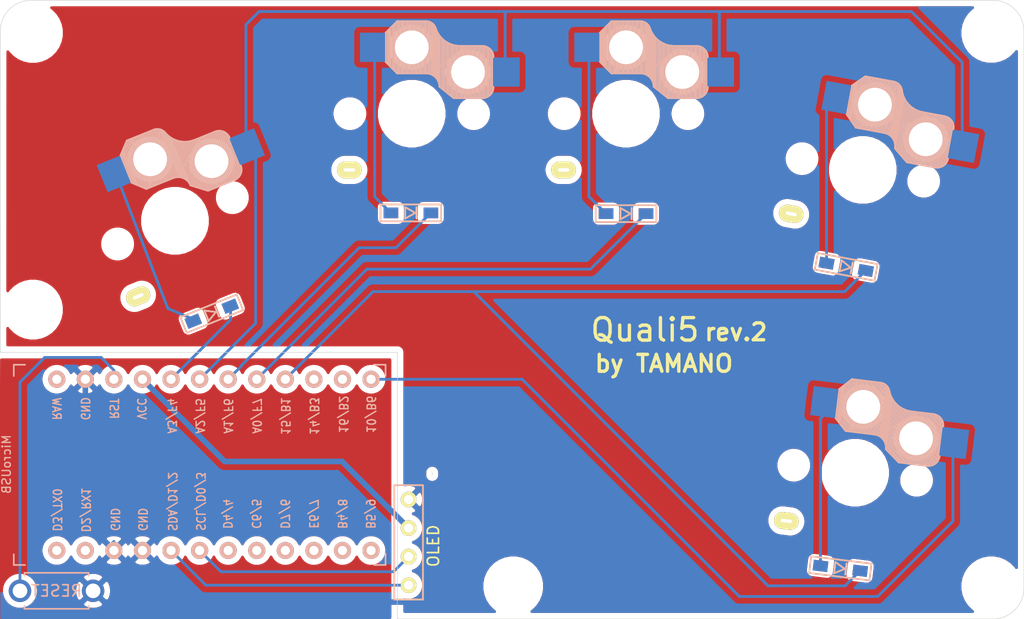
<source format=kicad_pcb>
(kicad_pcb (version 20171130) (host pcbnew "(5.1.9-0-10_14)")
  (layers (0 F.Cu signal hide) (31 B.Cu signal hide) (34 B.Paste user hide) (35 F.Paste user hide) (36 B.SilkS user hide) (37 F.SilkS user hide) (38 B.Mask user hide) (39 F.Mask user hide) (44 Edge.Cuts user))
  (net 0 "")
  (net 1 "Net-(D1-Pad2)")
  (net 2 row0)
  (net 3 row1)
  (net 4 "Net-(D2-Pad2)")
  (net 5 "Net-(D3-Pad2)")
  (net 6 "Net-(D4-Pad2)")
  (net 7 "Net-(D5-Pad2)")
  (net 8 SDA)
  (net 9 SCL)
  (net 10 VCC)
  (net 11 GND)
  (net 12 RST)
  (net 13 col0)
  (net 14 col1)
  (net 15 row2)
  (net 16 row3)
  (module kbd:ChocV1_V2_Hotswap (layer F.Cu) (at 92.44 104.695 202)
    (fp_text reference SW2 hide)
    (fp_text value SW_PUSH hide)
    (pad "" np_thru_hole circle (at 5.5 0 292) (size 1.9 1.9) (drill 1.9) (layers *.Cu))
    (pad "" np_thru_hole circle (at -5.5 0 292) (size 1.9 1.9) (drill 1.9) (layers *.Cu))
    (pad "" np_thru_hole circle (at 0 0 292) (size 5 5) (drill 5) (layers *.Cu))
    (pad "" np_thru_hole circle (at 0 5.9 292) (size 3 3) (drill 3) (layers *.Cu *.Mask))
    (pad "" np_thru_hole circle (at -5 3.7 292) (size 3 3) (drill 3) (layers *.Cu *.Mask))
    (pad 2 smd rect (at 3.3 5.9 22) (size 2.6 2.6) (layers B.Cu B.Paste B.Mask) (net 1 "Net-(D1-Pad2)"))
    (pad 1 smd rect (at -8.3 3.7 22) (size 2.6 2.6) (layers B.Cu B.Paste B.Mask) (net 13 col0))
    (pad "" thru_hole oval (at 5.55 -5 22) (size 2.2 1.5) (drill oval 1 0.3) (layers *.Cu F.SilkS B.Mask))
  )
  (module kbd:M2_HOLE_v2 (layer F.Cu) (at 79.81 112.59)
    (fp_text reference Ref** hide)
    (fp_text value Val** hide)
    (pad "" np_thru_hole circle (at 0 0) (size 4.3 4.3) (drill 4.3) (layers *.Cu *.Mask))
  )
  (module kbd:M2_HOLE_v2 (layer F.Cu) (at 122.51 137.19)
    (fp_text reference Ref** hide)
    (fp_text value Val** hide)
    (pad "" np_thru_hole circle (at 0 0) (size 4.3 4.3) (drill 4.3) (layers *.Cu *.Mask))
  )
  (module kbd:M2_HOLE_v2 (layer F.Cu) (at 165.01 137.19)
    (fp_text reference Ref** hide)
    (fp_text value Val** hide)
    (pad "" np_thru_hole circle (at 0 0) (size 4.3 4.3) (drill 4.3) (layers *.Cu *.Mask))
  )
  (module kbd:M2_HOLE_v2 (layer F.Cu) (at 165.01 87.99)
    (fp_text reference Ref** hide)
    (fp_text value Val** hide)
    (pad "" np_thru_hole circle (at 0 0) (size 4.3 4.3) (drill 4.3) (layers *.Cu *.Mask))
  )
  (module kbd:M2_HOLE_v2 (layer F.Cu) (at 79.81 87.99)
    (fp_text reference Ref** hide)
    (fp_text value Val** hide)
    (pad "" np_thru_hole circle (at 0 0) (size 4.3 4.3) (drill 4.3) (layers *.Cu *.Mask))
  )
  (module kbd:ChocV1_V2_Hotswap (layer F.Cu) (at 132.54 95.17 180)
    (fp_text reference SW4 hide)
    (fp_text value SW_PUSH hide)
    (pad "" np_thru_hole circle (at 5.5 0 270) (size 1.9 1.9) (drill 1.9) (layers *.Cu))
    (pad "" np_thru_hole circle (at -5.5 0 270) (size 1.9 1.9) (drill 1.9) (layers *.Cu))
    (pad "" np_thru_hole circle (at 0 0 270) (size 5 5) (drill 5) (layers *.Cu))
    (pad "" np_thru_hole circle (at 0 5.9 270) (size 3 3) (drill 3) (layers *.Cu *.Mask))
    (pad "" np_thru_hole circle (at -5 3.7 270) (size 3 3) (drill 3) (layers *.Cu *.Mask))
    (pad 2 smd rect (at 3.3 5.9) (size 2.6 2.6) (layers B.Cu B.Paste B.Mask) (net 5 "Net-(D3-Pad2)"))
    (pad 1 smd rect (at -8.3 3.7) (size 2.6 2.6) (layers B.Cu B.Paste B.Mask) (net 13 col0))
    (pad "" thru_hole oval (at 5.55 -5) (size 2.2 1.5) (drill oval 1 0.3) (layers *.Cu F.SilkS B.Mask))
  )
  (module kbd:ProMicro_v3.5 (layer B.Cu) (at 96.41 126.39 270)
    (fp_text reference U1 hide)
    (fp_text value ProMicro hide)
    (fp_text user MicroUSB (at -0.05 18.95 270) (layer B.SilkS) (effects (font (size 0.75 0.75) (thickness 0.12)) (justify mirror)))
    (fp_text user B4/8 (at 4.355 -10.9 270 unlocked) (layer B.SilkS) (effects (font (size 0.75 0.67) (thickness 0.125)) (justify mirror)))
    (fp_text user D2/RX1 (at 4.005 11.9 270 unlocked) (layer B.SilkS) (effects (font (size 0.75 0.67) (thickness 0.125)) (justify mirror)))
    (fp_text user B5/9 (at 4.355 -13.4 270 unlocked) (layer B.SilkS) (effects (font (size 0.75 0.67) (thickness 0.125)) (justify mirror)))
    (fp_text user C6/5 (at 4.355 -3.25 270 unlocked) (layer B.SilkS) (effects (font (size 0.75 0.67) (thickness 0.125)) (justify mirror)))
    (fp_text user SCL/D0/3 (at 3.255 1.7 270 unlocked) (layer B.SilkS) (effects (font (size 0.75 0.67) (thickness 0.125)) (justify mirror)))
    (fp_text user SDA/D1/2 (at 3.255 4.2 270 unlocked) (layer B.SilkS) (effects (font (size 0.75 0.67) (thickness 0.125)) (justify mirror)))
    (fp_text user D4/4 (at 4.355 -0.7 270 unlocked) (layer B.SilkS) (effects (font (size 0.75 0.67) (thickness 0.125)) (justify mirror)))
    (fp_text user D3/TX0 (at 4.005 14.45 270 unlocked) (layer B.SilkS) (effects (font (size 0.75 0.67) (thickness 0.125)) (justify mirror)))
    (fp_text user GND (at 4.855 6.85 270 unlocked) (layer B.SilkS) (effects (font (size 0.75 0.67) (thickness 0.125)) (justify mirror)))
    (fp_text user GND (at 4.855 9.3 270 unlocked) (layer B.SilkS) (effects (font (size 0.75 0.67) (thickness 0.125)) (justify mirror)))
    (fp_text user D7/6 (at 4.355 -5.8 270 unlocked) (layer B.SilkS) (effects (font (size 0.75 0.67) (thickness 0.125)) (justify mirror)))
    (fp_text user E6/7 (at 4.355 -8.35 270 unlocked) (layer B.SilkS) (effects (font (size 0.75 0.67) (thickness 0.125)) (justify mirror)))
    (fp_text user 16/B2 (at -4.5 -11 270 unlocked) (layer B.SilkS) (effects (font (size 0.75 0.67) (thickness 0.125)) (justify mirror)))
    (fp_text user 10/B6 (at -4.5 -13.45 270 unlocked) (layer B.SilkS) (effects (font (size 0.75 0.67) (thickness 0.125)) (justify mirror)))
    (fp_text user 14/B3 (at -4.345 -8.4 270 unlocked) (layer B.SilkS) (effects (font (size 0.75 0.67) (thickness 0.125)) (justify mirror)))
    (fp_text user 15/B1 (at -4.345 -5.85 270 unlocked) (layer B.SilkS) (effects (font (size 0.75 0.67) (thickness 0.125)) (justify mirror)))
    (fp_text user A0/F7 (at -4.345 -3.3 270 unlocked) (layer B.SilkS) (effects (font (size 0.75 0.67) (thickness 0.125)) (justify mirror)))
    (fp_text user A1/F6 (at -4.345 -0.75 270 unlocked) (layer B.SilkS) (effects (font (size 0.75 0.67) (thickness 0.125)) (justify mirror)))
    (fp_text user A2/F5 (at -4.345 1.75 270 unlocked) (layer B.SilkS) (effects (font (size 0.75 0.67) (thickness 0.125)) (justify mirror)))
    (fp_text user A3/F4 (at -4.345 4.25 270 unlocked) (layer B.SilkS) (effects (font (size 0.75 0.67) (thickness 0.125)) (justify mirror)))
    (fp_text user VCC (at -4.995 6.95 270 unlocked) (layer B.SilkS) (effects (font (size 0.75 0.67) (thickness 0.125)) (justify mirror)))
    (fp_text user RST (at -4.995 9.4 270 unlocked) (layer B.SilkS) (effects (font (size 0.75 0.67) (thickness 0.125)) (justify mirror)))
    (fp_text user GND (at -4.995 11.95 270 unlocked) (layer B.SilkS) (effects (font (size 0.75 0.67) (thickness 0.125)) (justify mirror)))
    (fp_text user RAW (at -4.995 14.5 270 unlocked) (layer B.SilkS) (effects (font (size 0.75 0.67) (thickness 0.125)) (justify mirror)))
    (pad 1 thru_hole circle (at 7.6114 14.478 270) (size 1.524 1.524) (drill 0.8128) (layers *.Cu B.SilkS F.Mask))
    (pad 2 thru_hole circle (at 7.6114 11.938 270) (size 1.524 1.524) (drill 0.8128) (layers *.Cu B.SilkS F.Mask))
    (pad 3 thru_hole circle (at 7.6114 9.398 270) (size 1.524 1.524) (drill 0.8128) (layers *.Cu B.SilkS F.Mask) (net 11 GND))
    (pad 4 thru_hole circle (at 7.6114 6.858 270) (size 1.524 1.524) (drill 0.8128) (layers *.Cu B.SilkS F.Mask) (net 11 GND))
    (pad 5 thru_hole circle (at 7.6114 4.318 270) (size 1.524 1.524) (drill 0.8128) (layers *.Cu B.SilkS F.Mask) (net 8 SDA))
    (pad 6 thru_hole circle (at 7.6114 1.778 270) (size 1.524 1.524) (drill 0.8128) (layers *.Cu B.SilkS F.Mask) (net 9 SCL))
    (pad 7 thru_hole circle (at 7.6114 -0.762 270) (size 1.524 1.524) (drill 0.8128) (layers *.Cu B.SilkS F.Mask))
    (pad 8 thru_hole circle (at 7.6114 -3.302 270) (size 1.524 1.524) (drill 0.8128) (layers *.Cu B.SilkS F.Mask))
    (pad 9 thru_hole circle (at 7.6114 -5.842 270) (size 1.524 1.524) (drill 0.8128) (layers *.Cu B.SilkS F.Mask))
    (pad 10 thru_hole circle (at 7.6114 -8.382 270) (size 1.524 1.524) (drill 0.8128) (layers *.Cu B.SilkS F.Mask))
    (pad 11 thru_hole circle (at 7.6114 -10.922 270) (size 1.524 1.524) (drill 0.8128) (layers *.Cu B.SilkS F.Mask))
    (pad 12 thru_hole circle (at 7.6114 -13.462 270) (size 1.524 1.524) (drill 0.8128) (layers *.Cu B.SilkS F.Mask))
    (pad 13 thru_hole circle (at -7.6086 -13.462 270) (size 1.524 1.524) (drill 0.8128) (layers *.Cu B.SilkS F.Mask) (net 14 col1))
    (pad 14 thru_hole circle (at -7.6086 -10.922 270) (size 1.524 1.524) (drill 0.8128) (layers *.Cu B.SilkS F.Mask))
    (pad 15 thru_hole circle (at -7.6086 -8.382 270) (size 1.524 1.524) (drill 0.8128) (layers *.Cu B.SilkS F.Mask))
    (pad 16 thru_hole circle (at -7.6086 -5.842 270) (size 1.524 1.524) (drill 0.8128) (layers *.Cu B.SilkS F.Mask) (net 16 row3))
    (pad 17 thru_hole circle (at -7.6086 -3.302 270) (size 1.524 1.524) (drill 0.8128) (layers *.Cu B.SilkS F.Mask) (net 15 row2))
    (pad 18 thru_hole circle (at -7.6086 -0.762 270) (size 1.524 1.524) (drill 0.8128) (layers *.Cu B.SilkS F.Mask) (net 3 row1))
    (pad 19 thru_hole circle (at -7.6086 1.778 270) (size 1.524 1.524) (drill 0.8128) (layers *.Cu B.SilkS F.Mask) (net 13 col0))
    (pad 20 thru_hole circle (at -7.6086 4.318 270) (size 1.524 1.524) (drill 0.8128) (layers *.Cu B.SilkS F.Mask) (net 2 row0))
    (pad 21 thru_hole circle (at -7.6086 6.858 270) (size 1.524 1.524) (drill 0.8128) (layers *.Cu B.SilkS F.Mask) (net 10 VCC))
    (pad 22 thru_hole circle (at -7.6086 9.398 270) (size 1.524 1.524) (drill 0.8128) (layers *.Cu B.SilkS F.Mask) (net 12 RST))
    (pad 23 thru_hole circle (at -7.6086 11.938 270) (size 1.524 1.524) (drill 0.8128) (layers *.Cu B.SilkS F.Mask) (net 11 GND))
    (pad 24 thru_hole circle (at -7.6086 14.478 270) (size 1.524 1.524) (drill 0.8128) (layers *.Cu B.SilkS F.Mask))
  )
  (module kbd:D3_SMD (layer B.Cu) (at 151.59 135.59 173)
    (fp_text reference D5 hide)
    (fp_text value D_Small hide)
    (pad 2 smd rect (at 1.775 0 173) (size 1.3 0.95) (layers B.Cu B.Paste B.Mask) (net 7 "Net-(D5-Pad2)"))
    (pad 1 smd rect (at -1.775 0 173) (size 1.3 0.95) (layers F.Cu F.Paste F.Mask) (net 16 row3))
    (pad 2 smd rect (at 1.775 0 173) (size 1.3 0.95) (layers F.Cu F.Paste F.Mask) (net 7 "Net-(D5-Pad2)"))
    (pad 1 smd rect (at -1.775 0 173) (size 1.3 0.95) (layers B.Cu B.Paste B.Mask) (net 16 row3))
  )
  (module kbd:D3_SMD (layer B.Cu) (at 152.11 108.79 169.5)
    (fp_text reference D4 hide)
    (fp_text value D_Small hide)
    (pad 2 smd rect (at 1.775 0 169.5) (size 1.3 0.95) (layers B.Cu B.Paste B.Mask) (net 6 "Net-(D4-Pad2)"))
    (pad 1 smd rect (at -1.775 0 169.5) (size 1.3 0.95) (layers F.Cu F.Paste F.Mask) (net 16 row3))
    (pad 2 smd rect (at 1.775 0 169.5) (size 1.3 0.95) (layers F.Cu F.Paste F.Mask) (net 6 "Net-(D4-Pad2)"))
    (pad 1 smd rect (at -1.775 0 169.5) (size 1.3 0.95) (layers B.Cu B.Paste B.Mask) (net 16 row3))
  )
  (module kbd:D3_SMD (layer B.Cu) (at 132.54 104.06 180)
    (fp_text reference D3 hide)
    (fp_text value D_Small hide)
    (pad 2 smd rect (at 1.775 0 180) (size 1.3 0.95) (layers B.Cu B.Paste B.Mask) (net 5 "Net-(D3-Pad2)"))
    (pad 1 smd rect (at -1.775 0 180) (size 1.3 0.95) (layers F.Cu F.Paste F.Mask) (net 15 row2))
    (pad 2 smd rect (at 1.775 0 180) (size 1.3 0.95) (layers F.Cu F.Paste F.Mask) (net 5 "Net-(D3-Pad2)"))
    (pad 1 smd rect (at -1.775 0 180) (size 1.3 0.95) (layers B.Cu B.Paste B.Mask) (net 15 row2))
  )
  (module kbd:D3_SMD (layer B.Cu) (at 113.41 103.99 180)
    (fp_text reference D2 hide)
    (fp_text value D_Small hide)
    (pad 2 smd rect (at 1.775 0 180) (size 1.3 0.95) (layers B.Cu B.Paste B.Mask) (net 4 "Net-(D2-Pad2)"))
    (pad 1 smd rect (at -1.775 0 180) (size 1.3 0.95) (layers F.Cu F.Paste F.Mask) (net 3 row1))
    (pad 2 smd rect (at 1.775 0 180) (size 1.3 0.95) (layers F.Cu F.Paste F.Mask) (net 4 "Net-(D2-Pad2)"))
    (pad 1 smd rect (at -1.775 0 180) (size 1.3 0.95) (layers B.Cu B.Paste B.Mask) (net 3 row1))
  )
  (module kbd:D3_SMD (layer B.Cu) (at 95.71 112.95 202)
    (fp_text reference D1 hide)
    (fp_text value D_Small hide)
    (pad 2 smd rect (at 1.775 0 202) (size 1.3 0.95) (layers B.Cu B.Paste B.Mask) (net 1 "Net-(D1-Pad2)"))
    (pad 1 smd rect (at -1.775 0 202) (size 1.3 0.95) (layers F.Cu F.Paste F.Mask) (net 2 row0))
    (pad 2 smd rect (at 1.775 0 202) (size 1.3 0.95) (layers F.Cu F.Paste F.Mask) (net 1 "Net-(D1-Pad2)"))
    (pad 1 smd rect (at -1.775 0 202) (size 1.3 0.95) (layers B.Cu B.Paste B.Mask) (net 2 row0))
  )
  (module kbd:ChocV1_V2_Hotswap (layer F.Cu) (at 152.91 127.09 173)
    (fp_text reference SW6 hide)
    (fp_text value SW_PUSH hide)
    (pad "" np_thru_hole circle (at 5.5 0 263) (size 1.9 1.9) (drill 1.9) (layers *.Cu))
    (pad "" np_thru_hole circle (at -5.5 0 263) (size 1.9 1.9) (drill 1.9) (layers *.Cu))
    (pad "" np_thru_hole circle (at 0 0 263) (size 5 5) (drill 5) (layers *.Cu))
    (pad "" np_thru_hole circle (at 0 5.9 263) (size 3 3) (drill 3) (layers *.Cu *.Mask))
    (pad "" np_thru_hole circle (at -5 3.7 263) (size 3 3) (drill 3) (layers *.Cu *.Mask))
    (pad 2 smd rect (at 3.3 5.9 353) (size 2.6 2.6) (layers B.Cu B.Paste B.Mask) (net 7 "Net-(D5-Pad2)"))
    (pad 1 smd rect (at -8.3 3.7 353) (size 2.6 2.6) (layers B.Cu B.Paste B.Mask) (net 14 col1))
    (pad "" thru_hole oval (at 5.55 -5 353) (size 2.2 1.5) (drill oval 1 0.3) (layers *.Cu F.SilkS B.Mask))
  )
  (module kbd:ChocV1_V2_Hotswap (layer F.Cu) (at 113.49 95.17 180)
    (fp_text reference SW3 hide)
    (fp_text value SW_PUSH hide)
    (pad "" thru_hole oval (at 5.55 -5) (size 2.2 1.5) (drill oval 1 0.3) (layers *.Cu F.SilkS B.Mask))
    (pad 1 smd rect (at -8.3 3.7) (size 2.6 2.6) (layers B.Cu B.Paste B.Mask) (net 13 col0))
    (pad 2 smd rect (at 3.3 5.9) (size 2.6 2.6) (layers B.Cu B.Paste B.Mask) (net 4 "Net-(D2-Pad2)"))
    (pad "" np_thru_hole circle (at -5 3.7 270) (size 3 3) (drill 3) (layers *.Cu *.Mask))
    (pad "" np_thru_hole circle (at 0 5.9 270) (size 3 3) (drill 3) (layers *.Cu *.Mask))
    (pad "" np_thru_hole circle (at 0 0 270) (size 5 5) (drill 5) (layers *.Cu))
    (pad "" np_thru_hole circle (at -5.5 0 270) (size 1.9 1.9) (drill 1.9) (layers *.Cu))
    (pad "" np_thru_hole circle (at 5.5 0 270) (size 1.9 1.9) (drill 1.9) (layers *.Cu))
  )
  (module kbd:OLED (layer F.Cu) (at 113.21 137.09 90)
    (fp_text reference OL1)
    (fp_text value OLED hide)
    (fp_text user OLED (at 3.5 2.2 90) (layer F.SilkS))
    (pad 1 thru_hole circle (at 0 0 90) (size 1.397 1.397) (drill 0.8128) (layers *.Cu *.Mask F.SilkS) (net 8 SDA))
    (pad 2 thru_hole circle (at 2.54 0 90) (size 1.397 1.397) (drill 0.8128) (layers *.Cu *.Mask F.SilkS) (net 9 SCL))
    (pad 3 thru_hole circle (at 5.08 0 90) (size 1.397 1.397) (drill 0.8128) (layers *.Cu *.Mask F.SilkS) (net 10 VCC))
    (pad 4 thru_hole circle (at 7.62 0 90) (size 1.397 1.397) (drill 0.8128) (layers *.Cu *.Mask F.SilkS) (net 11 GND))
  )
  (module kbd:ResetSW_1side (layer B.Cu) (at 81.91 137.59 180)
    (fp_text reference SW1 hide)
    (fp_text value SW_PUSH)
    (fp_text user RESET (at 0 0) (layer B.SilkS) (effects (justify mirror)))
    (pad 1 thru_hole circle (at 3.25 0 180) (size 2 2) (drill 1.3) (layers *.Cu F.Mask) (net 12 RST))
    (pad 2 thru_hole circle (at -3.25 0 180) (size 2 2) (drill 1.3) (layers *.Cu F.Mask) (net 11 GND))
  )
  (module kbd:ChocV1_V2_Hotswap (layer F.Cu) (at 153.59 100.17 169.5)
    (fp_text reference SW5 hide)
    (fp_text value SW_PUSH hide)
    (pad "" thru_hole oval (at 5.55 -5 349.5) (size 2.2 1.5) (drill oval 1 0.3) (layers *.Cu F.SilkS B.Mask))
    (pad 1 smd rect (at -8.3 3.7 349.5) (size 2.6 2.6) (layers B.Cu B.Paste B.Mask) (net 13 col0))
    (pad 2 smd rect (at 3.3 5.9 349.5) (size 2.6 2.6) (layers B.Cu B.Paste B.Mask) (net 6 "Net-(D4-Pad2)"))
    (pad "" np_thru_hole circle (at -5 3.7 259.5) (size 3 3) (drill 3) (layers *.Cu *.Mask))
    (pad "" np_thru_hole circle (at 0 5.9 259.5) (size 3 3) (drill 3) (layers *.Cu *.Mask))
    (pad "" np_thru_hole circle (at 0 0 259.5) (size 5 5) (drill 5) (layers *.Cu))
    (pad "" np_thru_hole circle (at -5.5 0 259.5) (size 1.9 1.9) (drill 1.9) (layers *.Cu))
    (pad "" np_thru_hole circle (at 5.5 0 259.5) (size 1.9 1.9) (drill 1.9) (layers *.Cu))
  )
  (gr_line (start 112.21 116.39) (end 76.91 116.39) (layer Edge.Cuts) (width 0.05))
  (gr_line (start 115.31 127.29) (end 115.31 127.09) (layer Edge.Cuts) (width 0.05))
  (gr_line (start 112.21 116.39) (end 112.21 140.09) (layer Edge.Cuts) (width 0.05))
  (gr_circle (center 79.81 112.59) (end 80.61 113.19) (layer Edge.Cuts) (width 0.05))
  (gr_circle (center 122.51 137.19) (end 123.31 137.79) (layer Edge.Cuts) (width 0.05))
  (gr_circle (center 165.01 137.19) (end 165.81 137.79) (layer Edge.Cuts) (width 0.05))
  (gr_circle (center 165.01 87.99) (end 165.81 88.59) (layer Edge.Cuts) (width 0.05))
  (gr_circle (center 79.81 87.99) (end 80.61 88.59) (layer Edge.Cuts) (width 0.05))
  (gr_line (start 112.21 140.09) (end 165.16 140.09) (layer Edge.Cuts) (width 0.05))
  (gr_line (start 167.91 87.84) (end 167.91 137.34) (layer Edge.Cuts) (width 0.05))
  (gr_line (start 79.66 85.09) (end 165.16 85.09) (layer Edge.Cuts) (width 0.05))
  (gr_line (start 76.921294 88.088973) (end 76.91 116.39) (layer Edge.Cuts) (width 0.05))
  (gr_arc (start 79.66 87.84) (end 79.66 85.09) (angle -95.19442891) (layer Edge.Cuts) (width 0.05))
  (gr_arc (start 165.16 137.34) (end 165.16 140.09) (angle -90) (layer Edge.Cuts) (width 0.05))
  (gr_arc (start 165.16 87.84) (end 167.91 87.84) (angle -90) (layer Edge.Cuts) (width 0.05))
  (gr_text rev.2 (at 142.31 114.59) (layer F.SilkS) (effects (font (size 1.5 1.5) (thickness 0.3))))
  (gr_text "by TAMANO" (at 135.91 117.39) (layer F.SilkS) (effects (font (size 1.5 1.5) (thickness 0.3))))
  (gr_text Quali5 (at 129.21 114.39) (layer F.SilkS) (effects (font (size 2 2) (thickness 0.3)) (justify left)))
  (segment (start 91.81 112.49) (end 94.41 113.59) (width 0.25) (layer B.Cu) (net 1))
  (segment (start 87.170114 100.460817) (end 91.81 112.49) (width 0.25) (layer B.Cu) (net 1))
  (segment (start 92.092 118.7814) (end 97.3834 113.49) (width 0.25) (layer B.Cu) (net 2))
  (segment (start 97.3834 112.312722) (end 97.355751 112.285073) (width 0.25) (layer B.Cu) (net 2))
  (segment (start 97.3834 113.49) (end 97.3834 112.312722) (width 0.25) (layer B.Cu) (net 2))
  (segment (start 98.309001 117.644399) (end 98.309001 117.590999) (width 0.25) (layer B.Cu) (net 3))
  (segment (start 97.172 118.7814) (end 98.309001 117.644399) (width 0.25) (layer B.Cu) (net 3))
  (segment (start 98.309001 117.590999) (end 108.81 107.09) (width 0.25) (layer B.Cu) (net 3))
  (segment (start 112.085 107.09) (end 115.185 103.99) (width 0.25) (layer B.Cu) (net 3))
  (segment (start 108.81 107.09) (end 112.085 107.09) (width 0.25) (layer B.Cu) (net 3))
  (segment (start 110.19 89.27) (end 110.19 89.39) (width 0.25) (layer B.Cu) (net 4))
  (segment (start 110.19 102.545) (end 111.635 103.99) (width 0.25) (layer B.Cu) (net 4))
  (segment (start 110.19 89.27) (end 110.19 102.545) (width 0.25) (layer B.Cu) (net 4))
  (segment (start 129.54 89.57) (end 129.24 89.27) (width 0.25) (layer B.Cu) (net 5))
  (segment (start 129.24 102.535) (end 130.765 104.06) (width 0.25) (layer B.Cu) (net 5))
  (segment (start 129.24 89.27) (end 129.24 102.535) (width 0.25) (layer B.Cu) (net 5))
  (segment (start 150.265869 108.78929) (end 150.00929 108.78929) (width 0.25) (layer F.Cu) (net 6))
  (segment (start 150.714999 94.472868) (end 150.714999 94.485001) (width 0.25) (layer B.Cu) (net 6))
  (segment (start 151.420448 93.767419) (end 150.714999 94.472868) (width 0.25) (layer B.Cu) (net 6))
  (segment (start 150.364723 94.835277) (end 150.364723 108.466532) (width 0.25) (layer B.Cu) (net 6))
  (segment (start 150.714999 94.485001) (end 150.364723 94.835277) (width 0.25) (layer B.Cu) (net 6))
  (segment (start 150.353627 120.831809) (end 150.353627 121.746373) (width 0.25) (layer B.Cu) (net 7))
  (segment (start 149.828231 122.271769) (end 149.828231 135.373682) (width 0.25) (layer B.Cu) (net 7))
  (segment (start 150.353627 121.746373) (end 149.828231 122.271769) (width 0.25) (layer B.Cu) (net 7))
  (segment (start 95.9806 137.09) (end 113.21 137.09) (width 0.25) (layer B.Cu) (net 8))
  (segment (start 95.1806 137.09) (end 95.9806 137.09) (width 0.25) (layer B.Cu) (net 8))
  (segment (start 92.092 134.0014) (end 95.1806 137.09) (width 0.25) (layer B.Cu) (net 8))
  (segment (start 94.632 134.0014) (end 96.5206 135.89) (width 0.25) (layer B.Cu) (net 9))
  (segment (start 111.87 135.89) (end 113.21 134.55) (width 0.25) (layer B.Cu) (net 9))
  (segment (start 96.5206 135.89) (end 111.87 135.89) (width 0.25) (layer B.Cu) (net 9))
  (segment (start 89.552 118.7814) (end 96.8606 126.09) (width 0.5) (layer B.Cu) (net 10))
  (segment (start 107.29 126.09) (end 113.21 132.01) (width 0.5) (layer B.Cu) (net 10))
  (segment (start 96.8606 126.09) (end 107.29 126.09) (width 0.5) (layer B.Cu) (net 10))
  (segment (start 86.91 133.3006) (end 87.012 133.1986) (width 0.25) (layer B.Cu) (net 11))
  (segment (start 85.16 137.59) (end 86.159999 138.589999) (width 0.5) (layer B.Cu) (net 11))
  (segment (start 114.410001 138.589999) (end 115.41 137.59) (width 0.5) (layer B.Cu) (net 11))
  (segment (start 115.41 131.67) (end 113.21 129.47) (width 0.5) (layer B.Cu) (net 11))
  (segment (start 115.41 137.59) (end 115.41 131.67) (width 0.5) (layer B.Cu) (net 11))
  (segment (start 86.159999 138.589999) (end 91.109999 138.589999) (width 0.5) (layer B.Cu) (net 11))
  (segment (start 84.472 131.4614) (end 87.012 134.0014) (width 0.5) (layer B.Cu) (net 11))
  (segment (start 84.472 118.7814) (end 84.472 131.4614) (width 0.5) (layer B.Cu) (net 11))
  (segment (start 91.600599 138.589999) (end 91.909999 138.589999) (width 0.5) (layer B.Cu) (net 11))
  (segment (start 91.909999 138.589999) (end 93.610001 138.589999) (width 0.5) (layer B.Cu) (net 11))
  (segment (start 87.012 134.0014) (end 91.600599 138.589999) (width 0.5) (layer B.Cu) (net 11))
  (segment (start 91.109999 138.589999) (end 91.909999 138.589999) (width 0.5) (layer B.Cu) (net 11))
  (segment (start 94.140599 138.589999) (end 94.610001 138.589999) (width 0.5) (layer B.Cu) (net 11))
  (segment (start 89.552 134.0014) (end 94.140599 138.589999) (width 0.5) (layer B.Cu) (net 11))
  (segment (start 94.610001 138.589999) (end 114.410001 138.589999) (width 0.5) (layer B.Cu) (net 11))
  (segment (start 93.610001 138.589999) (end 94.610001 138.589999) (width 0.5) (layer B.Cu) (net 11))
  (segment (start 78.66 137.59) (end 78.66 119.04) (width 0.25) (layer B.Cu) (net 12))
  (segment (start 85.874999 116.844399) (end 87.012 117.9814) (width 0.25) (layer B.Cu) (net 12))
  (segment (start 80.855601 116.844399) (end 85.874999 116.844399) (width 0.25) (layer B.Cu) (net 12))
  (segment (start 78.66 119.04) (end 80.855601 116.844399) (width 0.25) (layer B.Cu) (net 12))
  (segment (start 98.749582 87.250418) (end 99.91 86.09) (width 0.25) (layer B.Cu) (net 13))
  (segment (start 98.749582 98.155185) (end 98.749582 87.250418) (width 0.25) (layer B.Cu) (net 13))
  (segment (start 162.425287 90.605287) (end 161.91 90.09) (width 0.25) (layer B.Cu) (net 13))
  (segment (start 157.91 86.09) (end 161.91 90.09) (width 0.25) (layer B.Cu) (net 13))
  (segment (start 140.91 86.09) (end 157.91 86.09) (width 0.25) (layer B.Cu) (net 13))
  (segment (start 140.84 86.16) (end 140.91 86.09) (width 0.25) (layer B.Cu) (net 13))
  (segment (start 121.79 86.21) (end 121.91 86.09) (width 0.25) (layer B.Cu) (net 13))
  (segment (start 121.79 91.47) (end 121.79 86.21) (width 0.25) (layer B.Cu) (net 13))
  (segment (start 121.91 86.09) (end 140.91 86.09) (width 0.25) (layer B.Cu) (net 13))
  (segment (start 99.91 86.09) (end 121.91 86.09) (width 0.25) (layer B.Cu) (net 13))
  (segment (start 162.425287 98.044512) (end 162.425287 90.605287) (width 0.25) (layer B.Cu) (net 13))
  (segment (start 140.84 91.47) (end 140.84 86.16) (width 0.25) (layer B.Cu) (net 13))
  (segment (start 99.61 99.015603) (end 98.749582 98.155185) (width 0.25) (layer B.Cu) (net 13))
  (segment (start 99.61 113.8034) (end 99.61 99.015603) (width 0.25) (layer B.Cu) (net 13))
  (segment (start 94.632 118.7814) (end 99.61 113.8034) (width 0.25) (layer B.Cu) (net 13))
  (segment (start 161.41 124.618145) (end 161.59905 124.429095) (width 0.25) (layer B.Cu) (net 14))
  (segment (start 123.3014 118.7814) (end 109.872 118.7814) (width 0.25) (layer B.Cu) (net 14))
  (segment (start 142.61 138.09) (end 123.3014 118.7814) (width 0.25) (layer B.Cu) (net 14))
  (segment (start 154.91 138.09) (end 142.61 138.09) (width 0.25) (layer B.Cu) (net 14))
  (segment (start 161.59905 131.40095) (end 154.91 138.09) (width 0.25) (layer B.Cu) (net 14))
  (segment (start 161.59905 124.429095) (end 161.59905 131.40095) (width 0.25) (layer B.Cu) (net 14))
  (segment (start 99.712 118.7814) (end 109.5034 108.99) (width 0.25) (layer B.Cu) (net 15))
  (segment (start 129.385 108.99) (end 134.315 104.06) (width 0.25) (layer B.Cu) (net 15))
  (segment (start 109.5034 108.99) (end 129.385 108.99) (width 0.25) (layer B.Cu) (net 15))
  (segment (start 102.252 118.7814) (end 110.0434 110.99) (width 0.25) (layer B.Cu) (net 16))
  (segment (start 151.978745 110.99) (end 153.855277 109.113468) (width 0.25) (layer B.Cu) (net 16))
  (segment (start 121.21 110.99) (end 151.978745 110.99) (width 0.25) (layer B.Cu) (net 16))
  (segment (start 145.168087 137.148087) (end 119.01 110.99) (width 0.25) (layer B.Cu) (net 16))
  (segment (start 152.01 137.148087) (end 145.168087 137.148087) (width 0.25) (layer B.Cu) (net 16))
  (segment (start 119.01 110.99) (end 121.21 110.99) (width 0.25) (layer B.Cu) (net 16))
  (segment (start 153.351769 135.806318) (end 152.01 137.148087) (width 0.25) (layer B.Cu) (net 16))
  (segment (start 110.0434 110.99) (end 119.01 110.99) (width 0.25) (layer B.Cu) (net 16))
  (zone (net 11) (net_name GND) (layer B.Cu) (connect_pads (clearance 0.508)) (min_thickness 0.254) (fill yes (arc_segments 32) (thermal_gap 0.508) (thermal_bridge_width 0.508))
    (polygon (pts (xy 167.91 140.09) (xy 76.91 140.09) (xy 76.91 85.09) (xy 167.91 85.09)))
  )
  (zone (net 11) (net_name GND) (layer F.Cu) (connect_pads (clearance 0.508)) (min_thickness 0.254) (fill yes (arc_segments 32) (thermal_gap 0.508) (thermal_bridge_width 0.508))
    (polygon (pts (xy 168.01 85.09) (xy 167.91 140.09) (xy 76.81 140.09) (xy 77.01 84.99)))
  )
)
</source>
